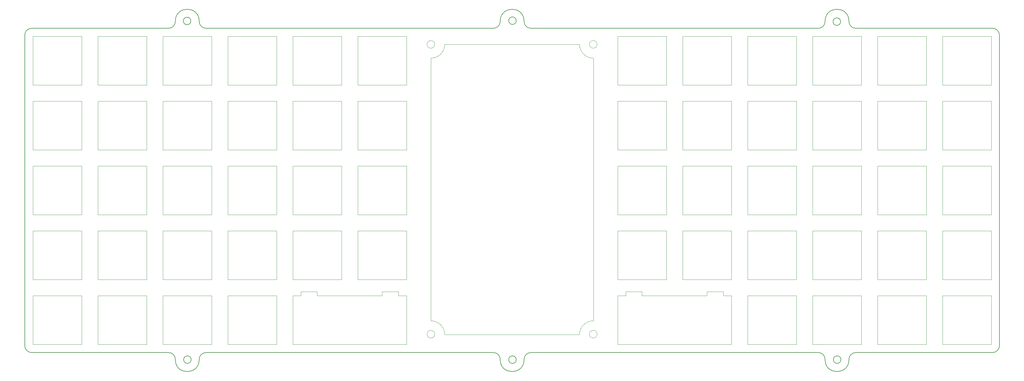
<source format=gm1>
%TF.GenerationSoftware,KiCad,Pcbnew,(5.1.10-1-10_14)*%
%TF.CreationDate,2021-09-18T15:38:24+02:00*%
%TF.ProjectId,brutal60-full,62727574-616c-4363-902d-66756c6c2e6b,rev?*%
%TF.SameCoordinates,Original*%
%TF.FileFunction,Profile,NP*%
%FSLAX46Y46*%
G04 Gerber Fmt 4.6, Leading zero omitted, Abs format (unit mm)*
G04 Created by KiCad (PCBNEW (5.1.10-1-10_14)) date 2021-09-18 15:38:24*
%MOMM*%
%LPD*%
G01*
G04 APERTURE LIST*
%TA.AperFunction,Profile*%
%ADD10C,0.200000*%
%TD*%
%TA.AperFunction,Profile*%
%ADD11C,0.100000*%
%TD*%
G04 APERTURE END LIST*
D10*
X232895401Y-39800004D02*
X273042717Y-39800004D01*
X275042717Y-133050127D02*
G75*
G02*
X273042717Y-135050129I-2000001J-1D01*
G01*
X31417717Y-135050129D02*
X-8733457Y-135050128D01*
X-10733457Y-133050129D02*
X-10733457Y-41800004D01*
X-10733457Y-41800004D02*
G75*
G02*
X-8733457Y-39800004I2000000J0D01*
G01*
X37965927Y-37642052D02*
G75*
G03*
X37965927Y-37642052I-1099999J0D01*
G01*
X133365928Y-137142052D02*
G75*
G03*
X133365928Y-137142052I-1100000J0D01*
G01*
X228465928Y-37842051D02*
G75*
G03*
X228465928Y-37842051I-1100000J0D01*
G01*
X228565928Y-137142052D02*
G75*
G03*
X228565928Y-137142052I-1100000J0D01*
G01*
X133369234Y-37560863D02*
G75*
G03*
X133369234Y-37560863I-1100000J0D01*
G01*
X38065928Y-137142052D02*
G75*
G03*
X38065928Y-137142052I-1100000J0D01*
G01*
X-8733456Y-135050128D02*
G75*
G02*
X-10733457Y-133050129I-1J2000000D01*
G01*
X31417716Y-135050128D02*
G75*
G02*
X33417717Y-137050129I0J-2000001D01*
G01*
X33417717Y-137150129D02*
X33417717Y-137050129D01*
X40417717Y-137150129D02*
G75*
G02*
X33417717Y-137150129I-3500000J0D01*
G01*
X40417717Y-137050129D02*
X40417717Y-137150129D01*
X40417717Y-137050129D02*
G75*
G02*
X42417717Y-135050129I2000000J0D01*
G01*
X126667717Y-135050129D02*
X42417717Y-135050129D01*
X126667718Y-135050128D02*
G75*
G02*
X128667717Y-137050129I-1J-2000000D01*
G01*
X128667717Y-137150128D02*
X128667717Y-137050129D01*
X135667717Y-137150128D02*
G75*
G02*
X128667717Y-137150128I-3500000J0D01*
G01*
X135667717Y-137050129D02*
X135667717Y-137150129D01*
X135667717Y-137050129D02*
G75*
G02*
X137667717Y-135050129I2000000J0D01*
G01*
X221917717Y-135050129D02*
X137667717Y-135050129D01*
X221917718Y-135050128D02*
G75*
G02*
X223917717Y-137050129I-1J-2000000D01*
G01*
X223917717Y-137150128D02*
X223917717Y-137050129D01*
X230917717Y-137150128D02*
G75*
G02*
X223917717Y-137150128I-3500000J0D01*
G01*
X230917716Y-137050129D02*
X230917717Y-137150129D01*
X230917716Y-137050127D02*
G75*
G02*
X232917717Y-135050128I2000000J-1D01*
G01*
X273042717Y-135050129D02*
X232917717Y-135050128D01*
X275042717Y-41800004D02*
X275042717Y-133050129D01*
X273042716Y-39800003D02*
G75*
G02*
X275042717Y-41800004I0J-2000001D01*
G01*
X232895401Y-39800003D02*
G75*
G02*
X230917717Y-37800128I22315J1999875D01*
G01*
X230917717Y-37700128D02*
X230917717Y-37800128D01*
X223917717Y-37700128D02*
G75*
G02*
X230917717Y-37700128I3500000J0D01*
G01*
X223917717Y-37800129D02*
X223917717Y-37700129D01*
X223917716Y-37800129D02*
G75*
G02*
X221940032Y-39800004I-1999999J0D01*
G01*
X137645401Y-39800004D02*
X221940032Y-39800004D01*
X137645401Y-39800003D02*
G75*
G02*
X135667717Y-37800128I22315J1999875D01*
G01*
X135667717Y-37700129D02*
X135667717Y-37800128D01*
X128667717Y-37700129D02*
G75*
G02*
X135667717Y-37700129I3500000J0D01*
G01*
X128667717Y-37800129D02*
X128667717Y-37700129D01*
X128667717Y-37800128D02*
G75*
G02*
X126690032Y-39800004I-2000000J0D01*
G01*
X42395401Y-39800004D02*
X126690032Y-39800004D01*
X42395401Y-39800003D02*
G75*
G02*
X40417717Y-37800128I22315J1999875D01*
G01*
X40417717Y-37700129D02*
X40417717Y-37800128D01*
X33417717Y-37700129D02*
G75*
G02*
X40417717Y-37700129I3500000J0D01*
G01*
X33417717Y-37800129D02*
X33417717Y-37700129D01*
X33417717Y-37800127D02*
G75*
G02*
X31440032Y-39800004I-2000001J-1D01*
G01*
X-8733457Y-39800004D02*
X31440032Y-39800004D01*
D11*
X157095058Y-44530039D02*
G75*
G03*
X157095058Y-44530039I-1123235J0D01*
G01*
X109470058Y-44530039D02*
G75*
G03*
X109470058Y-44530039I-1123235J0D01*
G01*
X109470058Y-129660084D02*
G75*
G03*
X109470058Y-129660084I-1123235J0D01*
G01*
X157095110Y-129659607D02*
G75*
G03*
X157095110Y-129659607I-1123235J0D01*
G01*
X155971875Y-48577500D02*
X155971927Y-125729996D01*
X108346927Y-125729996D02*
X108346875Y-48577500D01*
X108346927Y-125729996D02*
G75*
G02*
X112395052Y-129778121I0J-4048125D01*
G01*
X151923802Y-129778121D02*
G75*
G02*
X155971927Y-125729996I4048125J0D01*
G01*
X112395052Y-129778121D02*
X151923802Y-129778121D01*
X151923750Y-44529375D02*
X112395000Y-44529375D01*
X155971875Y-48577500D02*
G75*
G02*
X151923750Y-44529375I0J4048125D01*
G01*
X112395000Y-44529375D02*
G75*
G02*
X108346875Y-48577500I-4048125J0D01*
G01*
X5953125Y-42148125D02*
X-8334375Y-42148125D01*
X-8334375Y-42148125D02*
X-8334375Y-56435625D01*
X44053125Y-61198125D02*
X29765625Y-61198125D01*
X10715625Y-75485625D02*
X25003125Y-75485625D01*
X82153125Y-42148125D02*
X82153125Y-56435625D01*
X82153125Y-56435625D02*
X67865625Y-56435625D01*
X-8334375Y-113585625D02*
X5953125Y-113585625D01*
X5953125Y-99298125D02*
X-8334375Y-99298125D01*
X48815625Y-56435625D02*
X48815625Y-42148125D01*
X48815625Y-42148125D02*
X63103125Y-42148125D01*
X44053125Y-42148125D02*
X29765625Y-42148125D01*
X29765625Y-42148125D02*
X29765625Y-56435625D01*
X29765625Y-56435625D02*
X44053125Y-56435625D01*
X44053125Y-56435625D02*
X44053125Y-42148125D01*
X25003125Y-42148125D02*
X10715625Y-42148125D01*
X10715625Y-42148125D02*
X10715625Y-56435625D01*
X67865625Y-56435625D02*
X67865625Y-42148125D01*
X67865625Y-42148125D02*
X82153125Y-42148125D01*
X-8334375Y-56435625D02*
X5953125Y-56435625D01*
X-8334375Y-75485625D02*
X5953125Y-75485625D01*
X10715625Y-56435625D02*
X25003125Y-56435625D01*
X25003125Y-56435625D02*
X25003125Y-42148125D01*
X5953125Y-56435625D02*
X5953125Y-42148125D01*
X101203125Y-132635625D02*
X101203125Y-118348125D01*
X70246761Y-118348233D02*
X67865509Y-118348233D01*
X75009265Y-117157607D02*
X75009265Y-118348233D01*
X98821785Y-117157607D02*
X98821785Y-118348233D01*
X70246761Y-118348233D02*
X70246761Y-117157607D01*
X101203125Y-118348125D02*
X98821785Y-118348233D01*
X94059281Y-118348233D02*
X94059281Y-117157607D01*
X101203125Y-61198125D02*
X86915625Y-61198125D01*
X82153125Y-61198125D02*
X82153125Y-75485625D01*
X86915625Y-75485625D02*
X101203125Y-75485625D01*
X48815625Y-61198125D02*
X63103125Y-61198125D01*
X86915625Y-80248125D02*
X86915625Y-94535625D01*
X29765625Y-61198125D02*
X29765625Y-75485625D01*
X101203125Y-75485625D02*
X101203125Y-61198125D01*
X-8334375Y-61198125D02*
X-8334375Y-75485625D01*
X-8334375Y-94535713D02*
X5953125Y-94535713D01*
X29765625Y-94535625D02*
X44053125Y-94535625D01*
X25003125Y-94535625D02*
X25003125Y-80248125D01*
X101203125Y-42148125D02*
X86915625Y-42148125D01*
X10715625Y-80248125D02*
X10715625Y-94535625D01*
X5953125Y-94535625D02*
X5953125Y-80248125D01*
X5953125Y-75485625D02*
X5953125Y-61198125D01*
X67865625Y-99298125D02*
X82153125Y-99298125D01*
X29765625Y-132635625D02*
X44053125Y-132635625D01*
X10715625Y-113585625D02*
X25003125Y-113585625D01*
X82153125Y-99298125D02*
X82153125Y-113585625D01*
X101203125Y-113585625D02*
X101203125Y-99298125D01*
X63103125Y-99298125D02*
X63103125Y-113585625D01*
X29765625Y-80248125D02*
X29765625Y-94535625D01*
X29765625Y-99298125D02*
X29765625Y-113585625D01*
X82153125Y-94535625D02*
X67865625Y-94535625D01*
X86915625Y-99298125D02*
X86915625Y-113585625D01*
X101203125Y-94535625D02*
X101203125Y-80248125D01*
X29765625Y-113585625D02*
X44053125Y-113585625D01*
X94059281Y-118348233D02*
X75009265Y-118348233D01*
X63103125Y-113585625D02*
X48815625Y-113585625D01*
X10715625Y-118348125D02*
X10715625Y-132635625D01*
X44053125Y-113585625D02*
X44053125Y-99298125D01*
X44053125Y-132635625D02*
X44053125Y-118348125D01*
X25003125Y-113585625D02*
X25003125Y-99298125D01*
X48815625Y-132635625D02*
X48815625Y-118348125D01*
X67865625Y-113585625D02*
X67865625Y-99298125D01*
X63103125Y-132635625D02*
X48815625Y-132635625D01*
X82153125Y-113585625D02*
X67865625Y-113585625D01*
X10715625Y-132635625D02*
X25003125Y-132635625D01*
X48815625Y-99298125D02*
X63103125Y-99298125D01*
X25003125Y-132635625D02*
X25003125Y-118348125D01*
X48815625Y-113585625D02*
X48815625Y-99298125D01*
X48815625Y-94535625D02*
X48815625Y-80248125D01*
X63103125Y-80248125D02*
X63103125Y-94535625D01*
X48815625Y-80248125D02*
X63103125Y-80248125D01*
X25003125Y-99298125D02*
X10715625Y-99298125D01*
X63103125Y-56435625D02*
X48815625Y-56435625D01*
X101203125Y-99298125D02*
X86915625Y-99298125D01*
X44053125Y-99298125D02*
X29765625Y-99298125D01*
X82153125Y-80248125D02*
X82153125Y-94535625D01*
X25003125Y-80248125D02*
X10715625Y-80248125D01*
X63103125Y-42148125D02*
X63103125Y-56435625D01*
X67865625Y-132635625D02*
X67865625Y-118348125D01*
X86915625Y-42148125D02*
X86915625Y-56435625D01*
X86915625Y-56435625D02*
X101203125Y-56435625D01*
X67865625Y-132635625D02*
X101203125Y-132635625D01*
X86915625Y-61198125D02*
X86915625Y-75485625D01*
X67865625Y-61198125D02*
X82153125Y-61198125D01*
X63103125Y-75485625D02*
X48815625Y-75485625D01*
X5953125Y-132635625D02*
X5953125Y-118348125D01*
X63103125Y-118348125D02*
X63103125Y-132635625D01*
X94059281Y-117157607D02*
X98821785Y-117157607D01*
X86915625Y-113585625D02*
X101203125Y-113585625D01*
X10715625Y-99298125D02*
X10715625Y-113585625D01*
X29765625Y-118348125D02*
X29765625Y-132635625D01*
X25003125Y-118348125D02*
X10715625Y-118348125D01*
X44053125Y-118348125D02*
X29765625Y-118348125D01*
X70246761Y-117157607D02*
X75009265Y-117157607D01*
X-8334375Y-118348125D02*
X-8334375Y-132635625D01*
X5953125Y-118348125D02*
X-8334375Y-118348125D01*
X-8334375Y-132635625D02*
X5953125Y-132635625D01*
X5953125Y-61198125D02*
X-8334375Y-61198125D01*
X-8334375Y-80248125D02*
X-8334375Y-94535625D01*
X5953125Y-80248125D02*
X-8334375Y-80248125D01*
X101203125Y-56435625D02*
X101203125Y-42148125D01*
X63103125Y-61198125D02*
X63103125Y-75485625D01*
X67865625Y-80248125D02*
X82153125Y-80248125D01*
X44053125Y-80248125D02*
X29765625Y-80248125D01*
X48815625Y-75485625D02*
X48815625Y-61198125D01*
X67865625Y-94535625D02*
X67865625Y-80248125D01*
X101203125Y-80248125D02*
X86915625Y-80248125D01*
X44053125Y-94535625D02*
X44053125Y-80248125D01*
X86915625Y-94535625D02*
X101203125Y-94535625D01*
X63103125Y-94535625D02*
X48815625Y-94535625D01*
X67865625Y-75485625D02*
X67865625Y-61198125D01*
X25003125Y-61198125D02*
X10715625Y-61198125D01*
X10715625Y-61198125D02*
X10715625Y-75485625D01*
X5953125Y-113585625D02*
X5953125Y-99298125D01*
X-8334375Y-99298125D02*
X-8334375Y-113585625D01*
X10715625Y-94535625D02*
X25003125Y-94535625D01*
X44053125Y-75485625D02*
X44053125Y-61198125D01*
X29765625Y-75485625D02*
X44053125Y-75485625D01*
X25003125Y-75485625D02*
X25003125Y-61198125D01*
X82153125Y-75485625D02*
X67865625Y-75485625D01*
X48815625Y-118348125D02*
X63103125Y-118348125D01*
X163115625Y-132635625D02*
X163115625Y-118348125D01*
X196453125Y-132635625D02*
X196453125Y-118348125D01*
X194071989Y-118348233D02*
X194071989Y-117157607D01*
X165496965Y-117157607D02*
X165496965Y-118348233D01*
X189309485Y-117157607D02*
X189309485Y-118348233D01*
X194071989Y-118348233D02*
X196453241Y-118348233D01*
X170259469Y-117157607D02*
X165496965Y-117157607D01*
X163115625Y-118348125D02*
X165496965Y-118348233D01*
X196453125Y-132635625D02*
X163115625Y-132635625D01*
X201215625Y-118348125D02*
X201215625Y-132635625D01*
X234553125Y-132635625D02*
X220265625Y-132635625D01*
X170259469Y-118348233D02*
X170259469Y-117157607D01*
X194071989Y-117157607D02*
X189309485Y-117157607D01*
X239315625Y-118348125D02*
X253603125Y-118348125D01*
X234553125Y-118348125D02*
X234553125Y-132635625D01*
X215503125Y-118348125D02*
X201215625Y-118348125D01*
X220265625Y-118348125D02*
X234553125Y-118348125D01*
X258365625Y-132635625D02*
X258365625Y-118348125D01*
X239315625Y-132635625D02*
X239315625Y-118348125D01*
X253603125Y-132635625D02*
X239315625Y-132635625D01*
X201215625Y-132635625D02*
X215503125Y-132635625D01*
X215503125Y-132635625D02*
X215503125Y-118348125D01*
X220265625Y-132635625D02*
X220265625Y-118348125D01*
X253603125Y-118348125D02*
X253603125Y-132635625D01*
X170259469Y-118348233D02*
X189309485Y-118348233D01*
X163115625Y-94535625D02*
X163115625Y-80248125D01*
X182165625Y-94535625D02*
X196453125Y-94535625D01*
X234553125Y-80248125D02*
X234553125Y-94535625D01*
X163115625Y-113585625D02*
X163115625Y-99298125D01*
X253603125Y-99298125D02*
X253603125Y-113585625D01*
X177403125Y-113585625D02*
X163115625Y-113585625D01*
X163115625Y-99298125D02*
X177403125Y-99298125D01*
X215503125Y-113585625D02*
X215503125Y-99298125D01*
X215503125Y-99298125D02*
X201215625Y-99298125D01*
X182165625Y-113585625D02*
X196453125Y-113585625D01*
X196453125Y-113585625D02*
X196453125Y-99298125D01*
X239315625Y-113585625D02*
X239315625Y-99298125D01*
X220265625Y-113585625D02*
X220265625Y-99298125D01*
X201215625Y-113585625D02*
X215503125Y-113585625D01*
X234553125Y-113585625D02*
X220265625Y-113585625D01*
X177403125Y-99298125D02*
X177403125Y-113585625D01*
X234553125Y-99298125D02*
X234553125Y-113585625D01*
X201215625Y-99298125D02*
X201215625Y-113585625D01*
X182165625Y-99298125D02*
X182165625Y-113585625D01*
X220265625Y-99298125D02*
X234553125Y-99298125D01*
X239315625Y-99298125D02*
X253603125Y-99298125D01*
X253603125Y-113585625D02*
X239315625Y-113585625D01*
X196453125Y-99298125D02*
X182165625Y-99298125D01*
X258365625Y-113585625D02*
X258365625Y-99298125D01*
X177403125Y-94535625D02*
X163115625Y-94535625D01*
X220265625Y-94535625D02*
X220265625Y-80248125D01*
X163115625Y-80248125D02*
X177403125Y-80248125D01*
X239315625Y-80248125D02*
X253603125Y-80248125D01*
X182165625Y-80248125D02*
X182165625Y-94535625D01*
X215503125Y-80248125D02*
X201215625Y-80248125D01*
X201215625Y-80248125D02*
X201215625Y-94535625D01*
X215503125Y-94535625D02*
X215503125Y-80248125D01*
X196453125Y-94535625D02*
X196453125Y-80248125D01*
X201215625Y-94535625D02*
X215503125Y-94535625D01*
X258365625Y-94535625D02*
X258365625Y-80248125D01*
X253603125Y-80248125D02*
X253603125Y-94535625D01*
X177403125Y-75485625D02*
X163115625Y-75485625D01*
X163115625Y-61198125D02*
X177403125Y-61198125D01*
X220265625Y-75485625D02*
X220265625Y-61198125D01*
X253603125Y-61198125D02*
X253603125Y-75485625D01*
X258365625Y-75485625D02*
X258365625Y-61198125D01*
X182165625Y-61198125D02*
X182165625Y-75485625D01*
X258365625Y-56435625D02*
X258365625Y-42148125D01*
X239315625Y-56435625D02*
X239315625Y-42148125D01*
X253603125Y-56435625D02*
X239315625Y-56435625D01*
X253603125Y-42148125D02*
X253603125Y-56435625D01*
X239315625Y-42148125D02*
X253603125Y-42148125D01*
X220265625Y-56435625D02*
X220265625Y-42148125D01*
X234553125Y-56435625D02*
X220265625Y-56435625D01*
X234553125Y-42148125D02*
X234553125Y-56435625D01*
X220265625Y-42148125D02*
X234553125Y-42148125D01*
X215503125Y-42148125D02*
X201215625Y-42148125D01*
X215503125Y-56435625D02*
X215503125Y-42148125D01*
X201215625Y-56435625D02*
X215503125Y-56435625D01*
X201215625Y-42148125D02*
X201215625Y-56435625D01*
X196453125Y-42148125D02*
X182165625Y-42148125D01*
X196453125Y-56435625D02*
X196453125Y-42148125D01*
X182165625Y-56435625D02*
X196453125Y-56435625D01*
X182165625Y-42148125D02*
X182165625Y-56435625D01*
X163115625Y-56435625D02*
X163115625Y-42148125D01*
X177403125Y-56435625D02*
X163115625Y-56435625D01*
X177403125Y-42148125D02*
X177403125Y-56435625D01*
X163115625Y-42148125D02*
X177403125Y-42148125D01*
X239315625Y-94535625D02*
X239315625Y-80248125D01*
X234553125Y-94535625D02*
X220265625Y-94535625D01*
X253603125Y-94535625D02*
X239315625Y-94535625D01*
X220265625Y-80248125D02*
X234553125Y-80248125D01*
X196453125Y-80248125D02*
X182165625Y-80248125D01*
X177403125Y-80248125D02*
X177403125Y-94535625D01*
X182165625Y-75485625D02*
X196453125Y-75485625D01*
X215503125Y-75485625D02*
X215503125Y-61198125D01*
X201215625Y-61198125D02*
X201215625Y-75485625D01*
X201215625Y-75485625D02*
X215503125Y-75485625D01*
X163115625Y-75485625D02*
X163115625Y-61198125D01*
X234553125Y-61198125D02*
X234553125Y-75485625D01*
X215503125Y-61198125D02*
X201215625Y-61198125D01*
X239315625Y-61198125D02*
X253603125Y-61198125D01*
X196453125Y-75485625D02*
X196453125Y-61198125D01*
X196453125Y-61198125D02*
X182165625Y-61198125D01*
X177403125Y-61198125D02*
X177403125Y-75485625D01*
X253603125Y-75485625D02*
X239315625Y-75485625D01*
X220265625Y-61198125D02*
X234553125Y-61198125D01*
X239315625Y-75485625D02*
X239315625Y-61198125D01*
X234553125Y-75485625D02*
X220265625Y-75485625D01*
X258365625Y-80248125D02*
X272653125Y-80248125D01*
X272653125Y-80248125D02*
X272653125Y-94535625D01*
X272653125Y-94535713D02*
X258365625Y-94535713D01*
X272653125Y-61198125D02*
X272653125Y-75485625D01*
X272653125Y-75485625D02*
X258365625Y-75485625D01*
X272653125Y-56435625D02*
X258365625Y-56435625D01*
X272653125Y-42148125D02*
X272653125Y-56435625D01*
X258365625Y-42148125D02*
X272653125Y-42148125D01*
X258365625Y-61198125D02*
X272653125Y-61198125D01*
X272653125Y-132635625D02*
X258365625Y-132635625D01*
X258365625Y-118348125D02*
X272653125Y-118348125D01*
X272653125Y-118348125D02*
X272653125Y-132635625D01*
X258365625Y-99298125D02*
X272653125Y-99298125D01*
X272653125Y-113585625D02*
X258365625Y-113585625D01*
X272653125Y-99298125D02*
X272653125Y-113585625D01*
M02*

</source>
